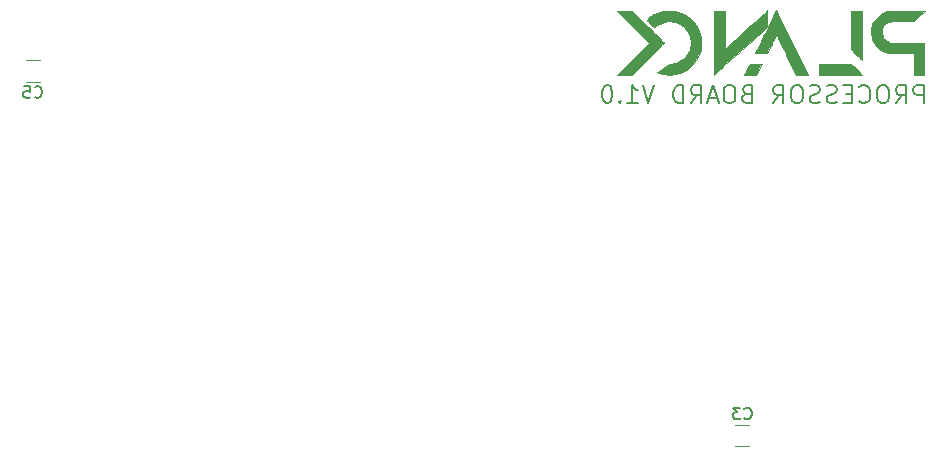
<source format=gbr>
G04 #@! TF.GenerationSoftware,KiCad,Pcbnew,(5.1.6-0-10_14)*
G04 #@! TF.CreationDate,2021-01-14T01:17:20+01:00*
G04 #@! TF.ProjectId,proc_board,70726f63-5f62-46f6-9172-642e6b696361,rev?*
G04 #@! TF.SameCoordinates,Original*
G04 #@! TF.FileFunction,Legend,Bot*
G04 #@! TF.FilePolarity,Positive*
%FSLAX46Y46*%
G04 Gerber Fmt 4.6, Leading zero omitted, Abs format (unit mm)*
G04 Created by KiCad (PCBNEW (5.1.6-0-10_14)) date 2021-01-14 01:17:20*
%MOMM*%
%LPD*%
G01*
G04 APERTURE LIST*
%ADD10C,0.200000*%
%ADD11C,0.010000*%
%ADD12C,0.120000*%
%ADD13C,0.150000*%
G04 APERTURE END LIST*
D10*
X78849428Y50756428D02*
X78849428Y52256428D01*
X78278000Y52256428D01*
X78135142Y52185000D01*
X78063714Y52113571D01*
X77992285Y51970714D01*
X77992285Y51756428D01*
X78063714Y51613571D01*
X78135142Y51542142D01*
X78278000Y51470714D01*
X78849428Y51470714D01*
X76492285Y50756428D02*
X76992285Y51470714D01*
X77349428Y50756428D02*
X77349428Y52256428D01*
X76778000Y52256428D01*
X76635142Y52185000D01*
X76563714Y52113571D01*
X76492285Y51970714D01*
X76492285Y51756428D01*
X76563714Y51613571D01*
X76635142Y51542142D01*
X76778000Y51470714D01*
X77349428Y51470714D01*
X75563714Y52256428D02*
X75278000Y52256428D01*
X75135142Y52185000D01*
X74992285Y52042142D01*
X74920857Y51756428D01*
X74920857Y51256428D01*
X74992285Y50970714D01*
X75135142Y50827857D01*
X75278000Y50756428D01*
X75563714Y50756428D01*
X75706571Y50827857D01*
X75849428Y50970714D01*
X75920857Y51256428D01*
X75920857Y51756428D01*
X75849428Y52042142D01*
X75706571Y52185000D01*
X75563714Y52256428D01*
X73420857Y50899285D02*
X73492285Y50827857D01*
X73706571Y50756428D01*
X73849428Y50756428D01*
X74063714Y50827857D01*
X74206571Y50970714D01*
X74278000Y51113571D01*
X74349428Y51399285D01*
X74349428Y51613571D01*
X74278000Y51899285D01*
X74206571Y52042142D01*
X74063714Y52185000D01*
X73849428Y52256428D01*
X73706571Y52256428D01*
X73492285Y52185000D01*
X73420857Y52113571D01*
X72778000Y51542142D02*
X72278000Y51542142D01*
X72063714Y50756428D02*
X72778000Y50756428D01*
X72778000Y52256428D01*
X72063714Y52256428D01*
X71492285Y50827857D02*
X71278000Y50756428D01*
X70920857Y50756428D01*
X70778000Y50827857D01*
X70706571Y50899285D01*
X70635142Y51042142D01*
X70635142Y51185000D01*
X70706571Y51327857D01*
X70778000Y51399285D01*
X70920857Y51470714D01*
X71206571Y51542142D01*
X71349428Y51613571D01*
X71420857Y51685000D01*
X71492285Y51827857D01*
X71492285Y51970714D01*
X71420857Y52113571D01*
X71349428Y52185000D01*
X71206571Y52256428D01*
X70849428Y52256428D01*
X70635142Y52185000D01*
X70063714Y50827857D02*
X69849428Y50756428D01*
X69492285Y50756428D01*
X69349428Y50827857D01*
X69278000Y50899285D01*
X69206571Y51042142D01*
X69206571Y51185000D01*
X69278000Y51327857D01*
X69349428Y51399285D01*
X69492285Y51470714D01*
X69778000Y51542142D01*
X69920857Y51613571D01*
X69992285Y51685000D01*
X70063714Y51827857D01*
X70063714Y51970714D01*
X69992285Y52113571D01*
X69920857Y52185000D01*
X69778000Y52256428D01*
X69420857Y52256428D01*
X69206571Y52185000D01*
X68278000Y52256428D02*
X67992285Y52256428D01*
X67849428Y52185000D01*
X67706571Y52042142D01*
X67635142Y51756428D01*
X67635142Y51256428D01*
X67706571Y50970714D01*
X67849428Y50827857D01*
X67992285Y50756428D01*
X68278000Y50756428D01*
X68420857Y50827857D01*
X68563714Y50970714D01*
X68635142Y51256428D01*
X68635142Y51756428D01*
X68563714Y52042142D01*
X68420857Y52185000D01*
X68278000Y52256428D01*
X66135142Y50756428D02*
X66635142Y51470714D01*
X66992285Y50756428D02*
X66992285Y52256428D01*
X66420857Y52256428D01*
X66278000Y52185000D01*
X66206571Y52113571D01*
X66135142Y51970714D01*
X66135142Y51756428D01*
X66206571Y51613571D01*
X66278000Y51542142D01*
X66420857Y51470714D01*
X66992285Y51470714D01*
X63849428Y51542142D02*
X63635142Y51470714D01*
X63563714Y51399285D01*
X63492285Y51256428D01*
X63492285Y51042142D01*
X63563714Y50899285D01*
X63635142Y50827857D01*
X63778000Y50756428D01*
X64349428Y50756428D01*
X64349428Y52256428D01*
X63849428Y52256428D01*
X63706571Y52185000D01*
X63635142Y52113571D01*
X63563714Y51970714D01*
X63563714Y51827857D01*
X63635142Y51685000D01*
X63706571Y51613571D01*
X63849428Y51542142D01*
X64349428Y51542142D01*
X62563714Y52256428D02*
X62278000Y52256428D01*
X62135142Y52185000D01*
X61992285Y52042142D01*
X61920857Y51756428D01*
X61920857Y51256428D01*
X61992285Y50970714D01*
X62135142Y50827857D01*
X62278000Y50756428D01*
X62563714Y50756428D01*
X62706571Y50827857D01*
X62849428Y50970714D01*
X62920857Y51256428D01*
X62920857Y51756428D01*
X62849428Y52042142D01*
X62706571Y52185000D01*
X62563714Y52256428D01*
X61349428Y51185000D02*
X60635142Y51185000D01*
X61492285Y50756428D02*
X60992285Y52256428D01*
X60492285Y50756428D01*
X59135142Y50756428D02*
X59635142Y51470714D01*
X59992285Y50756428D02*
X59992285Y52256428D01*
X59420857Y52256428D01*
X59278000Y52185000D01*
X59206571Y52113571D01*
X59135142Y51970714D01*
X59135142Y51756428D01*
X59206571Y51613571D01*
X59278000Y51542142D01*
X59420857Y51470714D01*
X59992285Y51470714D01*
X58492285Y50756428D02*
X58492285Y52256428D01*
X58135142Y52256428D01*
X57920857Y52185000D01*
X57778000Y52042142D01*
X57706571Y51899285D01*
X57635142Y51613571D01*
X57635142Y51399285D01*
X57706571Y51113571D01*
X57778000Y50970714D01*
X57920857Y50827857D01*
X58135142Y50756428D01*
X58492285Y50756428D01*
X56063714Y52256428D02*
X55563714Y50756428D01*
X55063714Y52256428D01*
X53778000Y50756428D02*
X54635142Y50756428D01*
X54206571Y50756428D02*
X54206571Y52256428D01*
X54349428Y52042142D01*
X54492285Y51899285D01*
X54635142Y51827857D01*
X53135142Y50899285D02*
X53063714Y50827857D01*
X53135142Y50756428D01*
X53206571Y50827857D01*
X53135142Y50899285D01*
X53135142Y50756428D01*
X52135142Y52256428D02*
X51992285Y52256428D01*
X51849428Y52185000D01*
X51778000Y52113571D01*
X51706571Y51970714D01*
X51635142Y51685000D01*
X51635142Y51327857D01*
X51706571Y51042142D01*
X51778000Y50899285D01*
X51849428Y50827857D01*
X51992285Y50756428D01*
X52135142Y50756428D01*
X52278000Y50827857D01*
X52349428Y50899285D01*
X52420857Y51042142D01*
X52492285Y51327857D01*
X52492285Y51685000D01*
X52420857Y51970714D01*
X52349428Y52113571D01*
X52278000Y52185000D01*
X52135142Y52256428D01*
D11*
G04 #@! TO.C,G\u002A\u002A\u002A*
G36*
X72723375Y55315341D02*
G01*
X73169213Y54859483D01*
X73266772Y54760090D01*
X73357672Y54668169D01*
X73439480Y54586130D01*
X73509761Y54516385D01*
X73566081Y54461343D01*
X73606006Y54423414D01*
X73627101Y54405009D01*
X73629588Y54403625D01*
X73631612Y54419291D01*
X73633517Y54465449D01*
X73635294Y54540842D01*
X73636934Y54644213D01*
X73638429Y54774304D01*
X73639770Y54929859D01*
X73640948Y55109620D01*
X73641954Y55312329D01*
X73642780Y55536730D01*
X73643417Y55781565D01*
X73643856Y56045576D01*
X73644089Y56327507D01*
X73644125Y56499125D01*
X73644125Y58594625D01*
X72723375Y58594625D01*
X72723375Y55315341D01*
G37*
X72723375Y55315341D02*
X73169213Y54859483D01*
X73266772Y54760090D01*
X73357672Y54668169D01*
X73439480Y54586130D01*
X73509761Y54516385D01*
X73566081Y54461343D01*
X73606006Y54423414D01*
X73627101Y54405009D01*
X73629588Y54403625D01*
X73631612Y54419291D01*
X73633517Y54465449D01*
X73635294Y54540842D01*
X73636934Y54644213D01*
X73638429Y54774304D01*
X73639770Y54929859D01*
X73640948Y55109620D01*
X73641954Y55312329D01*
X73642780Y55536730D01*
X73643417Y55781565D01*
X73643856Y56045576D01*
X73644089Y56327507D01*
X73644125Y56499125D01*
X73644125Y58594625D01*
X72723375Y58594625D01*
X72723375Y55315341D01*
G36*
X54229000Y57237313D02*
G01*
X55586243Y55880000D01*
X54229000Y54522688D01*
X52871758Y53165375D01*
X53514660Y53165388D01*
X54157563Y53165400D01*
X55514875Y54510794D01*
X55688001Y54682499D01*
X55854798Y54848122D01*
X56013883Y55006280D01*
X56163872Y55155587D01*
X56303380Y55294660D01*
X56431025Y55422115D01*
X56545421Y55536567D01*
X56645186Y55636632D01*
X56728934Y55720926D01*
X56795283Y55788064D01*
X56842848Y55836663D01*
X56870245Y55865338D01*
X56876720Y55872911D01*
X56866240Y55885998D01*
X56834543Y55920020D01*
X56782999Y55973597D01*
X56712977Y56045352D01*
X56625847Y56133903D01*
X56522978Y56237873D01*
X56405739Y56355882D01*
X56275501Y56486552D01*
X56133632Y56628502D01*
X55981503Y56780354D01*
X55820483Y56940730D01*
X55651941Y57108248D01*
X55517001Y57242130D01*
X54152750Y58594625D01*
X52871758Y58594625D01*
X54229000Y57237313D01*
G37*
X54229000Y57237313D02*
X55586243Y55880000D01*
X54229000Y54522688D01*
X52871758Y53165375D01*
X53514660Y53165388D01*
X54157563Y53165400D01*
X55514875Y54510794D01*
X55688001Y54682499D01*
X55854798Y54848122D01*
X56013883Y55006280D01*
X56163872Y55155587D01*
X56303380Y55294660D01*
X56431025Y55422115D01*
X56545421Y55536567D01*
X56645186Y55636632D01*
X56728934Y55720926D01*
X56795283Y55788064D01*
X56842848Y55836663D01*
X56870245Y55865338D01*
X56876720Y55872911D01*
X56866240Y55885998D01*
X56834543Y55920020D01*
X56782999Y55973597D01*
X56712977Y56045352D01*
X56625847Y56133903D01*
X56522978Y56237873D01*
X56405739Y56355882D01*
X56275501Y56486552D01*
X56133632Y56628502D01*
X55981503Y56780354D01*
X55820483Y56940730D01*
X55651941Y57108248D01*
X55517001Y57242130D01*
X54152750Y58594625D01*
X52871758Y58594625D01*
X54229000Y57237313D01*
G36*
X57147682Y58585742D02*
G01*
X57011475Y58578154D01*
X56894877Y58565496D01*
X56856313Y58559127D01*
X56574231Y58490718D01*
X56300501Y58393094D01*
X56038529Y58267935D01*
X55791720Y58116922D01*
X55563478Y57941736D01*
X55509781Y57894417D01*
X55401498Y57796315D01*
X55478031Y57717927D01*
X55512910Y57683020D01*
X55566009Y57630916D01*
X55632525Y57566280D01*
X55707653Y57493776D01*
X55786589Y57418068D01*
X55804396Y57401057D01*
X56054228Y57162576D01*
X56137771Y57238201D01*
X56309778Y57373146D01*
X56501327Y57485888D01*
X56707354Y57574285D01*
X56922792Y57636198D01*
X57142577Y57669485D01*
X57161907Y57670970D01*
X57416006Y57674935D01*
X57657215Y57650112D01*
X57885221Y57596610D01*
X58099710Y57514541D01*
X58300368Y57404016D01*
X58486881Y57265145D01*
X58594430Y57165706D01*
X58755283Y56983255D01*
X58890597Y56783882D01*
X58998689Y56570472D01*
X59077878Y56345909D01*
X59082550Y56328903D01*
X59097690Y56270104D01*
X59108686Y56218432D01*
X59116189Y56166887D01*
X59120853Y56108469D01*
X59123328Y56036177D01*
X59124267Y55943009D01*
X59124366Y55880000D01*
X59123995Y55772291D01*
X59122450Y55689325D01*
X59119076Y55624104D01*
X59113223Y55569626D01*
X59104238Y55518890D01*
X59091469Y55464895D01*
X59082550Y55431098D01*
X59036140Y55287609D01*
X58974113Y55137810D01*
X58902347Y54994641D01*
X58831448Y54877958D01*
X58730361Y54746543D01*
X58607397Y54614730D01*
X58470725Y54489946D01*
X58328513Y54379619D01*
X58188930Y54291177D01*
X58181875Y54287304D01*
X58043505Y54221701D01*
X57891040Y54166154D01*
X57734085Y54123290D01*
X57582244Y54095739D01*
X57446560Y54086125D01*
X57343295Y54086125D01*
X56817378Y53737849D01*
X56702031Y53661203D01*
X56595263Y53589757D01*
X56499918Y53525450D01*
X56418840Y53470224D01*
X56354872Y53426018D01*
X56310858Y53394775D01*
X56289641Y53378433D01*
X56288137Y53376693D01*
X56300750Y53365887D01*
X56338595Y53348895D01*
X56396159Y53327455D01*
X56467929Y53303305D01*
X56548392Y53278182D01*
X56632034Y53253824D01*
X56713342Y53231968D01*
X56786804Y53214351D01*
X56832500Y53205133D01*
X56912851Y53194128D01*
X57015473Y53185032D01*
X57132617Y53178062D01*
X57256532Y53173430D01*
X57379466Y53171353D01*
X57493669Y53172046D01*
X57591389Y53175723D01*
X57661666Y53182143D01*
X57868681Y53217822D01*
X58062774Y53267012D01*
X58254016Y53332877D01*
X58452477Y53418580D01*
X58523188Y53452701D01*
X58783922Y53598419D01*
X59022773Y53767051D01*
X59239356Y53958213D01*
X59433286Y54171525D01*
X59604179Y54406604D01*
X59751651Y54663070D01*
X59760899Y54681438D01*
X59880543Y54952986D01*
X59968647Y55225367D01*
X60025419Y55499528D01*
X60051069Y55776419D01*
X60049789Y55991125D01*
X60020680Y56287436D01*
X59962291Y56571483D01*
X59874606Y56843301D01*
X59757611Y57102923D01*
X59611291Y57350380D01*
X59435632Y57585707D01*
X59257105Y57782448D01*
X59040298Y57979418D01*
X58804271Y58151792D01*
X58551284Y58298355D01*
X58283596Y58417893D01*
X58003467Y58509191D01*
X57828373Y58550311D01*
X57720327Y58566925D01*
X57589821Y58578852D01*
X57445268Y58586015D01*
X57295084Y58588337D01*
X57147682Y58585742D01*
G37*
X57147682Y58585742D02*
X57011475Y58578154D01*
X56894877Y58565496D01*
X56856313Y58559127D01*
X56574231Y58490718D01*
X56300501Y58393094D01*
X56038529Y58267935D01*
X55791720Y58116922D01*
X55563478Y57941736D01*
X55509781Y57894417D01*
X55401498Y57796315D01*
X55478031Y57717927D01*
X55512910Y57683020D01*
X55566009Y57630916D01*
X55632525Y57566280D01*
X55707653Y57493776D01*
X55786589Y57418068D01*
X55804396Y57401057D01*
X56054228Y57162576D01*
X56137771Y57238201D01*
X56309778Y57373146D01*
X56501327Y57485888D01*
X56707354Y57574285D01*
X56922792Y57636198D01*
X57142577Y57669485D01*
X57161907Y57670970D01*
X57416006Y57674935D01*
X57657215Y57650112D01*
X57885221Y57596610D01*
X58099710Y57514541D01*
X58300368Y57404016D01*
X58486881Y57265145D01*
X58594430Y57165706D01*
X58755283Y56983255D01*
X58890597Y56783882D01*
X58998689Y56570472D01*
X59077878Y56345909D01*
X59082550Y56328903D01*
X59097690Y56270104D01*
X59108686Y56218432D01*
X59116189Y56166887D01*
X59120853Y56108469D01*
X59123328Y56036177D01*
X59124267Y55943009D01*
X59124366Y55880000D01*
X59123995Y55772291D01*
X59122450Y55689325D01*
X59119076Y55624104D01*
X59113223Y55569626D01*
X59104238Y55518890D01*
X59091469Y55464895D01*
X59082550Y55431098D01*
X59036140Y55287609D01*
X58974113Y55137810D01*
X58902347Y54994641D01*
X58831448Y54877958D01*
X58730361Y54746543D01*
X58607397Y54614730D01*
X58470725Y54489946D01*
X58328513Y54379619D01*
X58188930Y54291177D01*
X58181875Y54287304D01*
X58043505Y54221701D01*
X57891040Y54166154D01*
X57734085Y54123290D01*
X57582244Y54095739D01*
X57446560Y54086125D01*
X57343295Y54086125D01*
X56817378Y53737849D01*
X56702031Y53661203D01*
X56595263Y53589757D01*
X56499918Y53525450D01*
X56418840Y53470224D01*
X56354872Y53426018D01*
X56310858Y53394775D01*
X56289641Y53378433D01*
X56288137Y53376693D01*
X56300750Y53365887D01*
X56338595Y53348895D01*
X56396159Y53327455D01*
X56467929Y53303305D01*
X56548392Y53278182D01*
X56632034Y53253824D01*
X56713342Y53231968D01*
X56786804Y53214351D01*
X56832500Y53205133D01*
X56912851Y53194128D01*
X57015473Y53185032D01*
X57132617Y53178062D01*
X57256532Y53173430D01*
X57379466Y53171353D01*
X57493669Y53172046D01*
X57591389Y53175723D01*
X57661666Y53182143D01*
X57868681Y53217822D01*
X58062774Y53267012D01*
X58254016Y53332877D01*
X58452477Y53418580D01*
X58523188Y53452701D01*
X58783922Y53598419D01*
X59022773Y53767051D01*
X59239356Y53958213D01*
X59433286Y54171525D01*
X59604179Y54406604D01*
X59751651Y54663070D01*
X59760899Y54681438D01*
X59880543Y54952986D01*
X59968647Y55225367D01*
X60025419Y55499528D01*
X60051069Y55776419D01*
X60049789Y55991125D01*
X60020680Y56287436D01*
X59962291Y56571483D01*
X59874606Y56843301D01*
X59757611Y57102923D01*
X59611291Y57350380D01*
X59435632Y57585707D01*
X59257105Y57782448D01*
X59040298Y57979418D01*
X58804271Y58151792D01*
X58551284Y58298355D01*
X58283596Y58417893D01*
X58003467Y58509191D01*
X57828373Y58550311D01*
X57720327Y58566925D01*
X57589821Y58578852D01*
X57445268Y58586015D01*
X57295084Y58588337D01*
X57147682Y58585742D01*
G36*
X65591532Y58567469D02*
G01*
X65575795Y58553255D01*
X65537771Y58519008D01*
X65478787Y58465920D01*
X65400168Y58395183D01*
X65303240Y58307990D01*
X65189329Y58205534D01*
X65059761Y58089006D01*
X64915862Y57959599D01*
X64758956Y57818505D01*
X64590372Y57666917D01*
X64411433Y57506027D01*
X64223466Y57337027D01*
X64027797Y57161109D01*
X63825751Y56979467D01*
X63785750Y56943506D01*
X62015688Y55352235D01*
X62011644Y56973430D01*
X62007601Y58594625D01*
X61102875Y58594625D01*
X61102875Y55880000D01*
X61102898Y55589003D01*
X61102965Y55306688D01*
X61103074Y55034683D01*
X61103221Y54774611D01*
X61103406Y54528098D01*
X61103625Y54296768D01*
X61103877Y54082248D01*
X61104158Y53886162D01*
X61104467Y53710135D01*
X61104800Y53555792D01*
X61105157Y53424759D01*
X61105533Y53318660D01*
X61105928Y53239121D01*
X61106338Y53187766D01*
X61106761Y53166221D01*
X61106844Y53165632D01*
X61118888Y53176086D01*
X61153281Y53206637D01*
X61208762Y53256154D01*
X61284071Y53323506D01*
X61377947Y53407561D01*
X61489129Y53507190D01*
X61616356Y53621261D01*
X61758366Y53748642D01*
X61913900Y53888204D01*
X62081696Y54038816D01*
X62260494Y54199345D01*
X62449031Y54368663D01*
X62646049Y54545636D01*
X62850284Y54729135D01*
X62976125Y54842220D01*
X63191558Y55035817D01*
X63405062Y55227666D01*
X63615004Y55416297D01*
X63819747Y55600242D01*
X64017656Y55778031D01*
X64207094Y55948195D01*
X64386428Y56109266D01*
X64554021Y56259776D01*
X64708237Y56398253D01*
X64847441Y56523231D01*
X64969997Y56633240D01*
X65074270Y56726812D01*
X65158625Y56802476D01*
X65221425Y56858765D01*
X65233965Y56869995D01*
X65626491Y57221438D01*
X65626871Y57910799D01*
X65627250Y58600159D01*
X65591532Y58567469D01*
G37*
X65591532Y58567469D02*
X65575795Y58553255D01*
X65537771Y58519008D01*
X65478787Y58465920D01*
X65400168Y58395183D01*
X65303240Y58307990D01*
X65189329Y58205534D01*
X65059761Y58089006D01*
X64915862Y57959599D01*
X64758956Y57818505D01*
X64590372Y57666917D01*
X64411433Y57506027D01*
X64223466Y57337027D01*
X64027797Y57161109D01*
X63825751Y56979467D01*
X63785750Y56943506D01*
X62015688Y55352235D01*
X62011644Y56973430D01*
X62007601Y58594625D01*
X61102875Y58594625D01*
X61102875Y55880000D01*
X61102898Y55589003D01*
X61102965Y55306688D01*
X61103074Y55034683D01*
X61103221Y54774611D01*
X61103406Y54528098D01*
X61103625Y54296768D01*
X61103877Y54082248D01*
X61104158Y53886162D01*
X61104467Y53710135D01*
X61104800Y53555792D01*
X61105157Y53424759D01*
X61105533Y53318660D01*
X61105928Y53239121D01*
X61106338Y53187766D01*
X61106761Y53166221D01*
X61106844Y53165632D01*
X61118888Y53176086D01*
X61153281Y53206637D01*
X61208762Y53256154D01*
X61284071Y53323506D01*
X61377947Y53407561D01*
X61489129Y53507190D01*
X61616356Y53621261D01*
X61758366Y53748642D01*
X61913900Y53888204D01*
X62081696Y54038816D01*
X62260494Y54199345D01*
X62449031Y54368663D01*
X62646049Y54545636D01*
X62850284Y54729135D01*
X62976125Y54842220D01*
X63191558Y55035817D01*
X63405062Y55227666D01*
X63615004Y55416297D01*
X63819747Y55600242D01*
X64017656Y55778031D01*
X64207094Y55948195D01*
X64386428Y56109266D01*
X64554021Y56259776D01*
X64708237Y56398253D01*
X64847441Y56523231D01*
X64969997Y56633240D01*
X65074270Y56726812D01*
X65158625Y56802476D01*
X65221425Y56858765D01*
X65233965Y56869995D01*
X65626491Y57221438D01*
X65626871Y57910799D01*
X65627250Y58600159D01*
X65591532Y58567469D01*
G36*
X63900679Y53628220D02*
G01*
X63845060Y53519140D01*
X63794408Y53419185D01*
X63750464Y53331839D01*
X63714969Y53260588D01*
X63689666Y53208917D01*
X63676294Y53180310D01*
X63674625Y53175783D01*
X63689872Y53173246D01*
X63733096Y53170933D01*
X63800528Y53168921D01*
X63888395Y53167288D01*
X63992926Y53166112D01*
X64110351Y53165472D01*
X64178786Y53165375D01*
X64682947Y53165375D01*
X64909000Y53617813D01*
X65135053Y54070250D01*
X64126733Y54070250D01*
X63900679Y53628220D01*
G37*
X63900679Y53628220D02*
X63845060Y53519140D01*
X63794408Y53419185D01*
X63750464Y53331839D01*
X63714969Y53260588D01*
X63689666Y53208917D01*
X63676294Y53180310D01*
X63674625Y53175783D01*
X63689872Y53173246D01*
X63733096Y53170933D01*
X63800528Y53168921D01*
X63888395Y53167288D01*
X63992926Y53166112D01*
X64110351Y53165472D01*
X64178786Y53165375D01*
X64682947Y53165375D01*
X64909000Y53617813D01*
X65135053Y54070250D01*
X64126733Y54070250D01*
X63900679Y53628220D01*
G36*
X65483269Y56800727D02*
G01*
X65371217Y56576823D01*
X65263160Y56360748D01*
X65159945Y56154205D01*
X65062419Y55958894D01*
X64971430Y55776517D01*
X64887823Y55608775D01*
X64812446Y55457369D01*
X64746145Y55324000D01*
X64689768Y55210369D01*
X64644162Y55118177D01*
X64610173Y55049126D01*
X64588647Y55004917D01*
X64580433Y54987251D01*
X64580376Y54987032D01*
X64595406Y54984141D01*
X64638438Y54981503D01*
X64705722Y54979207D01*
X64793511Y54977340D01*
X64898056Y54975990D01*
X65015609Y54975245D01*
X65087522Y54975125D01*
X65595543Y54975125D01*
X65988353Y55760938D01*
X66061719Y55907418D01*
X66130912Y56045012D01*
X66194628Y56171163D01*
X66251560Y56283312D01*
X66300404Y56378902D01*
X66339856Y56455376D01*
X66368609Y56510176D01*
X66385358Y56540744D01*
X66389176Y56546410D01*
X66397178Y56532460D01*
X66418509Y56491861D01*
X66452289Y56426354D01*
X66497635Y56337682D01*
X66553665Y56227588D01*
X66619497Y56097812D01*
X66694249Y55950098D01*
X66777040Y55786187D01*
X66866987Y55607822D01*
X66963208Y55416745D01*
X67064822Y55214698D01*
X67170947Y55003422D01*
X67245063Y54855722D01*
X68092937Y53165375D01*
X69103894Y53165375D01*
X67744590Y55883946D01*
X66385286Y58602516D01*
X65483269Y56800727D01*
G37*
X65483269Y56800727D02*
X65371217Y56576823D01*
X65263160Y56360748D01*
X65159945Y56154205D01*
X65062419Y55958894D01*
X64971430Y55776517D01*
X64887823Y55608775D01*
X64812446Y55457369D01*
X64746145Y55324000D01*
X64689768Y55210369D01*
X64644162Y55118177D01*
X64610173Y55049126D01*
X64588647Y55004917D01*
X64580433Y54987251D01*
X64580376Y54987032D01*
X64595406Y54984141D01*
X64638438Y54981503D01*
X64705722Y54979207D01*
X64793511Y54977340D01*
X64898056Y54975990D01*
X65015609Y54975245D01*
X65087522Y54975125D01*
X65595543Y54975125D01*
X65988353Y55760938D01*
X66061719Y55907418D01*
X66130912Y56045012D01*
X66194628Y56171163D01*
X66251560Y56283312D01*
X66300404Y56378902D01*
X66339856Y56455376D01*
X66368609Y56510176D01*
X66385358Y56540744D01*
X66389176Y56546410D01*
X66397178Y56532460D01*
X66418509Y56491861D01*
X66452289Y56426354D01*
X66497635Y56337682D01*
X66553665Y56227588D01*
X66619497Y56097812D01*
X66694249Y55950098D01*
X66777040Y55786187D01*
X66866987Y55607822D01*
X66963208Y55416745D01*
X67064822Y55214698D01*
X67170947Y55003422D01*
X67245063Y54855722D01*
X68092937Y53165375D01*
X69103894Y53165375D01*
X67744590Y55883946D01*
X66385286Y58602516D01*
X65483269Y56800727D01*
G36*
X70008750Y53165375D02*
G01*
X73630881Y53165375D01*
X73189034Y53617538D01*
X72747188Y54069700D01*
X70008750Y54070250D01*
X70008750Y53165375D01*
G37*
X70008750Y53165375D02*
X73630881Y53165375D01*
X73189034Y53617538D01*
X72747188Y54069700D01*
X70008750Y54070250D01*
X70008750Y53165375D01*
G36*
X77493709Y58594562D02*
G01*
X77233601Y58594525D01*
X77003092Y58594367D01*
X76800032Y58593981D01*
X76622270Y58593259D01*
X76467654Y58592093D01*
X76334035Y58590375D01*
X76219260Y58587999D01*
X76121180Y58584856D01*
X76037644Y58580840D01*
X75966500Y58575841D01*
X75905599Y58569753D01*
X75852789Y58562469D01*
X75805919Y58553880D01*
X75762838Y58543879D01*
X75721397Y58532358D01*
X75679443Y58519211D01*
X75634827Y58504328D01*
X75625284Y58501096D01*
X75417001Y58414185D01*
X75220691Y58300043D01*
X75039228Y58161668D01*
X74875489Y58002059D01*
X74732348Y57824214D01*
X74612680Y57631132D01*
X74519363Y57425811D01*
X74479646Y57306466D01*
X74428798Y57077642D01*
X74406643Y56844746D01*
X74412829Y56612007D01*
X74447005Y56383651D01*
X74508817Y56163907D01*
X74590905Y55970761D01*
X74706362Y55775222D01*
X74847433Y55593794D01*
X75010354Y55429771D01*
X75191364Y55286447D01*
X75386698Y55167116D01*
X75592594Y55075071D01*
X75628965Y55062173D01*
X75679153Y55045436D01*
X75726305Y55030990D01*
X75773110Y55018668D01*
X75822256Y55008300D01*
X75876431Y54999719D01*
X75938323Y54992757D01*
X76010622Y54987245D01*
X76096015Y54983014D01*
X76197190Y54979897D01*
X76316837Y54977725D01*
X76457643Y54976331D01*
X76622297Y54975545D01*
X76813487Y54975199D01*
X77019642Y54975125D01*
X78025625Y54975125D01*
X78025625Y53165375D01*
X78930500Y53165375D01*
X78930500Y55879038D01*
X76049188Y55887938D01*
X75944855Y55923422D01*
X75796720Y55989991D01*
X75659422Y56083673D01*
X75538190Y56200332D01*
X75452612Y56313026D01*
X75378236Y56455771D01*
X75332478Y56608644D01*
X75315542Y56767604D01*
X75327632Y56928607D01*
X75368955Y57087611D01*
X75408534Y57181750D01*
X75458075Y57262971D01*
X75527989Y57350190D01*
X75610425Y57435541D01*
X75697531Y57511158D01*
X75781455Y57569171D01*
X75811063Y57585054D01*
X75849511Y57603672D01*
X75883994Y57619661D01*
X75917170Y57633238D01*
X75951697Y57644618D01*
X75990232Y57654016D01*
X76035433Y57661648D01*
X76089957Y57667730D01*
X76156462Y57672478D01*
X76237606Y57676106D01*
X76336047Y57678831D01*
X76454441Y57680869D01*
X76595448Y57682434D01*
X76761723Y57683742D01*
X76955926Y57685010D01*
X77050479Y57685608D01*
X78035895Y57691874D01*
X78487062Y58143250D01*
X78938228Y58594625D01*
X77493709Y58594562D01*
G37*
X77493709Y58594562D02*
X77233601Y58594525D01*
X77003092Y58594367D01*
X76800032Y58593981D01*
X76622270Y58593259D01*
X76467654Y58592093D01*
X76334035Y58590375D01*
X76219260Y58587999D01*
X76121180Y58584856D01*
X76037644Y58580840D01*
X75966500Y58575841D01*
X75905599Y58569753D01*
X75852789Y58562469D01*
X75805919Y58553880D01*
X75762838Y58543879D01*
X75721397Y58532358D01*
X75679443Y58519211D01*
X75634827Y58504328D01*
X75625284Y58501096D01*
X75417001Y58414185D01*
X75220691Y58300043D01*
X75039228Y58161668D01*
X74875489Y58002059D01*
X74732348Y57824214D01*
X74612680Y57631132D01*
X74519363Y57425811D01*
X74479646Y57306466D01*
X74428798Y57077642D01*
X74406643Y56844746D01*
X74412829Y56612007D01*
X74447005Y56383651D01*
X74508817Y56163907D01*
X74590905Y55970761D01*
X74706362Y55775222D01*
X74847433Y55593794D01*
X75010354Y55429771D01*
X75191364Y55286447D01*
X75386698Y55167116D01*
X75592594Y55075071D01*
X75628965Y55062173D01*
X75679153Y55045436D01*
X75726305Y55030990D01*
X75773110Y55018668D01*
X75822256Y55008300D01*
X75876431Y54999719D01*
X75938323Y54992757D01*
X76010622Y54987245D01*
X76096015Y54983014D01*
X76197190Y54979897D01*
X76316837Y54977725D01*
X76457643Y54976331D01*
X76622297Y54975545D01*
X76813487Y54975199D01*
X77019642Y54975125D01*
X78025625Y54975125D01*
X78025625Y53165375D01*
X78930500Y53165375D01*
X78930500Y55879038D01*
X76049188Y55887938D01*
X75944855Y55923422D01*
X75796720Y55989991D01*
X75659422Y56083673D01*
X75538190Y56200332D01*
X75452612Y56313026D01*
X75378236Y56455771D01*
X75332478Y56608644D01*
X75315542Y56767604D01*
X75327632Y56928607D01*
X75368955Y57087611D01*
X75408534Y57181750D01*
X75458075Y57262971D01*
X75527989Y57350190D01*
X75610425Y57435541D01*
X75697531Y57511158D01*
X75781455Y57569171D01*
X75811063Y57585054D01*
X75849511Y57603672D01*
X75883994Y57619661D01*
X75917170Y57633238D01*
X75951697Y57644618D01*
X75990232Y57654016D01*
X76035433Y57661648D01*
X76089957Y57667730D01*
X76156462Y57672478D01*
X76237606Y57676106D01*
X76336047Y57678831D01*
X76454441Y57680869D01*
X76595448Y57682434D01*
X76761723Y57683742D01*
X76955926Y57685010D01*
X77050479Y57685608D01*
X78035895Y57691874D01*
X78487062Y58143250D01*
X78938228Y58594625D01*
X77493709Y58594562D01*
D12*
G04 #@! TO.C,C5*
X2826936Y52557000D02*
X4031064Y52557000D01*
X2826936Y54377000D02*
X4031064Y54377000D01*
G04 #@! TO.C,C3*
X64102064Y23516000D02*
X62897936Y23516000D01*
X64102064Y21696000D02*
X62897936Y21696000D01*
G04 #@! TO.C,C5*
D13*
X3595666Y51289857D02*
X3643285Y51242238D01*
X3786142Y51194619D01*
X3881380Y51194619D01*
X4024238Y51242238D01*
X4119476Y51337476D01*
X4167095Y51432714D01*
X4214714Y51623190D01*
X4214714Y51766047D01*
X4167095Y51956523D01*
X4119476Y52051761D01*
X4024238Y52147000D01*
X3881380Y52194619D01*
X3786142Y52194619D01*
X3643285Y52147000D01*
X3595666Y52099380D01*
X2690904Y52194619D02*
X3167095Y52194619D01*
X3214714Y51718428D01*
X3167095Y51766047D01*
X3071857Y51813666D01*
X2833761Y51813666D01*
X2738523Y51766047D01*
X2690904Y51718428D01*
X2643285Y51623190D01*
X2643285Y51385095D01*
X2690904Y51289857D01*
X2738523Y51242238D01*
X2833761Y51194619D01*
X3071857Y51194619D01*
X3167095Y51242238D01*
X3214714Y51289857D01*
G04 #@! TO.C,C3*
X63666666Y24068857D02*
X63714285Y24021238D01*
X63857142Y23973619D01*
X63952380Y23973619D01*
X64095238Y24021238D01*
X64190476Y24116476D01*
X64238095Y24211714D01*
X64285714Y24402190D01*
X64285714Y24545047D01*
X64238095Y24735523D01*
X64190476Y24830761D01*
X64095238Y24926000D01*
X63952380Y24973619D01*
X63857142Y24973619D01*
X63714285Y24926000D01*
X63666666Y24878380D01*
X63333333Y24973619D02*
X62714285Y24973619D01*
X63047619Y24592666D01*
X62904761Y24592666D01*
X62809523Y24545047D01*
X62761904Y24497428D01*
X62714285Y24402190D01*
X62714285Y24164095D01*
X62761904Y24068857D01*
X62809523Y24021238D01*
X62904761Y23973619D01*
X63190476Y23973619D01*
X63285714Y24021238D01*
X63333333Y24068857D01*
G04 #@! TD*
M02*

</source>
